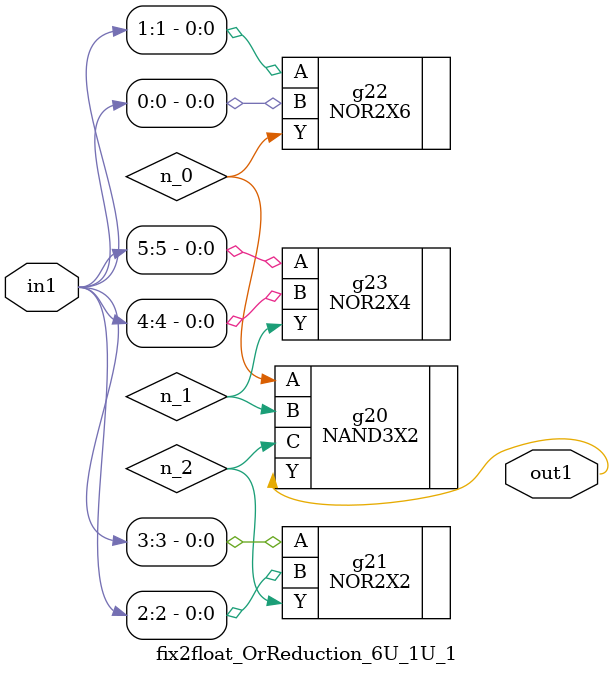
<source format=v>
`timescale 1ps / 1ps


module fix2float_OrReduction_6U_1U_1(in1, out1);
  input [5:0] in1;
  output out1;
  wire [5:0] in1;
  wire out1;
  wire n_0, n_1, n_2;
  NAND3X2 g20(.A (n_0), .B (n_1), .C (n_2), .Y (out1));
  NOR2X2 g21(.A (in1[3]), .B (in1[2]), .Y (n_2));
  NOR2X4 g23(.A (in1[5]), .B (in1[4]), .Y (n_1));
  NOR2X6 g22(.A (in1[1]), .B (in1[0]), .Y (n_0));
endmodule



</source>
